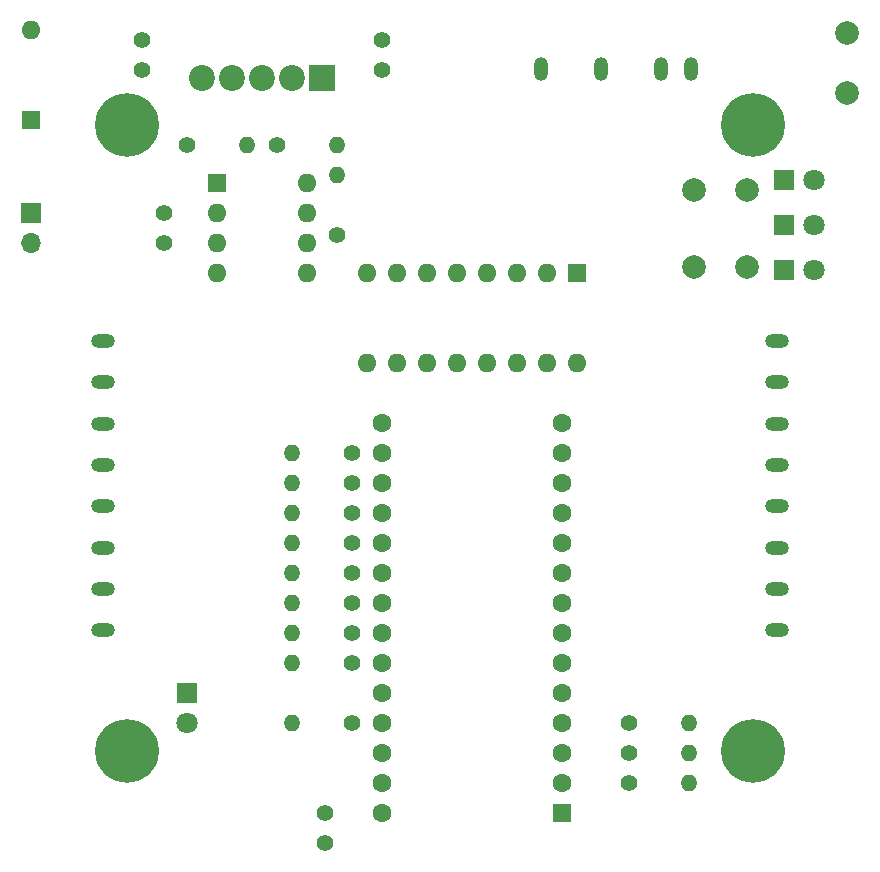
<source format=gbs>
G04 #@! TF.GenerationSoftware,KiCad,Pcbnew,5.1.9-73d0e3b20d~88~ubuntu20.04.1*
G04 #@! TF.CreationDate,2021-04-08T14:20:02+01:00*
G04 #@! TF.ProjectId,tsense-1.0,7473656e-7365-42d3-912e-302e6b696361,1.0*
G04 #@! TF.SameCoordinates,Original*
G04 #@! TF.FileFunction,Soldermask,Bot*
G04 #@! TF.FilePolarity,Negative*
%FSLAX46Y46*%
G04 Gerber Fmt 4.6, Leading zero omitted, Abs format (unit mm)*
G04 Created by KiCad (PCBNEW 5.1.9-73d0e3b20d~88~ubuntu20.04.1) date 2021-04-08 14:20:02*
%MOMM*%
%LPD*%
G01*
G04 APERTURE LIST*
%ADD10O,1.200000X2.000000*%
%ADD11O,1.700000X1.700000*%
%ADD12R,1.700000X1.700000*%
%ADD13O,1.600000X1.600000*%
%ADD14R,1.600000X1.600000*%
%ADD15C,1.400000*%
%ADD16O,1.400000X1.400000*%
%ADD17C,2.000000*%
%ADD18O,2.000000X1.200000*%
%ADD19C,1.800000*%
%ADD20R,1.800000X1.800000*%
%ADD21C,1.600000*%
%ADD22C,2.200000*%
%ADD23R,2.200000X2.200000*%
%ADD24C,5.400000*%
G04 APERTURE END LIST*
D10*
X194742000Y-93218000D03*
X192202000Y-93218000D03*
X187122000Y-93218000D03*
X182042000Y-93218000D03*
D11*
X138862000Y-107950000D03*
D12*
X138862000Y-105410000D03*
D13*
X162230000Y-102870000D03*
X154610000Y-110490000D03*
X162230000Y-105410000D03*
X154610000Y-107950000D03*
X162230000Y-107950000D03*
X154610000Y-105410000D03*
X162230000Y-110490000D03*
D14*
X154610000Y-102870000D03*
D15*
X148260000Y-93305000D03*
X148260000Y-90805000D03*
X168580000Y-93305000D03*
X168580000Y-90805000D03*
X150165000Y-105450000D03*
X150165000Y-107950000D03*
X163754000Y-158750000D03*
X163754000Y-156250000D03*
D16*
X160960000Y-133350000D03*
D15*
X166040000Y-133350000D03*
D16*
X160960000Y-130810000D03*
D15*
X166040000Y-130810000D03*
D16*
X160960000Y-125730000D03*
D15*
X166040000Y-125730000D03*
D16*
X160960000Y-140970000D03*
D15*
X166040000Y-140970000D03*
D16*
X160960000Y-128270000D03*
D15*
X166040000Y-128270000D03*
D16*
X160960000Y-138430000D03*
D15*
X166040000Y-138430000D03*
D16*
X160960000Y-135890000D03*
D15*
X166040000Y-135890000D03*
D16*
X160960000Y-143510000D03*
D15*
X166040000Y-143510000D03*
D17*
X194996000Y-103482000D03*
X199496000Y-103482000D03*
X194996000Y-109982000D03*
X199496000Y-109982000D03*
D13*
X138862000Y-89916000D03*
D14*
X138862000Y-97536000D03*
D18*
X202000000Y-116250000D03*
X202000000Y-119750000D03*
X202000000Y-123250000D03*
X202000000Y-126750000D03*
X202000000Y-130250000D03*
X202000000Y-133750000D03*
X202000000Y-137250000D03*
X202000000Y-140750000D03*
X145000000Y-116250000D03*
X145000000Y-119750000D03*
X145000000Y-123250000D03*
X145000000Y-126750000D03*
X145000000Y-130250000D03*
X145000000Y-133750000D03*
X145000000Y-137250000D03*
X145000000Y-140750000D03*
D16*
X194615000Y-153670000D03*
D15*
X189535000Y-153670000D03*
D19*
X205156000Y-102616000D03*
D20*
X202616000Y-102616000D03*
D19*
X205156000Y-106426000D03*
D20*
X202616000Y-106426000D03*
D19*
X205156000Y-110236000D03*
D20*
X202616000Y-110236000D03*
D16*
X194615000Y-148590000D03*
D15*
X189535000Y-148590000D03*
D14*
X183820000Y-156210000D03*
D21*
X183820000Y-153670000D03*
X183820000Y-151130000D03*
X183820000Y-148590000D03*
X183820000Y-146050000D03*
X183820000Y-143510000D03*
X183820000Y-140970000D03*
X183820000Y-138430000D03*
X183820000Y-135890000D03*
X183820000Y-133350000D03*
X183820000Y-130810000D03*
X183820000Y-128270000D03*
X183820000Y-125730000D03*
X168580000Y-156210000D03*
X168580000Y-153670000D03*
X168580000Y-151130000D03*
X168580000Y-148590000D03*
X168580000Y-146050000D03*
X168580000Y-143510000D03*
X168580000Y-140970000D03*
X168580000Y-138430000D03*
X168580000Y-135890000D03*
X168580000Y-133350000D03*
X168580000Y-130810000D03*
X168580000Y-128270000D03*
X168580000Y-125730000D03*
X183820000Y-123190000D03*
X168580000Y-123190000D03*
D19*
X152070000Y-148590000D03*
D20*
X152070000Y-146050000D03*
D16*
X157150000Y-99695000D03*
D15*
X152070000Y-99695000D03*
D16*
X164770000Y-99695000D03*
D15*
X159690000Y-99695000D03*
D16*
X164770000Y-102235000D03*
D15*
X164770000Y-107315000D03*
D16*
X160960000Y-148590000D03*
D15*
X166040000Y-148590000D03*
D16*
X194615000Y-151130000D03*
D15*
X189535000Y-151130000D03*
D13*
X185090000Y-118110000D03*
X167310000Y-110490000D03*
X182550000Y-118110000D03*
X169850000Y-110490000D03*
X180010000Y-118110000D03*
X172390000Y-110490000D03*
X177470000Y-118110000D03*
X174930000Y-110490000D03*
X174930000Y-118110000D03*
X177470000Y-110490000D03*
X172390000Y-118110000D03*
X180010000Y-110490000D03*
X169850000Y-118110000D03*
X182550000Y-110490000D03*
X167310000Y-118110000D03*
D14*
X185090000Y-110490000D03*
D22*
X153340000Y-93980000D03*
X155880000Y-93980000D03*
X158420000Y-93980000D03*
X160960000Y-93980000D03*
D23*
X163500000Y-93980000D03*
D24*
X200000000Y-151000000D03*
X147000000Y-151000000D03*
X147000000Y-98000000D03*
X200000000Y-98000000D03*
D17*
X207940000Y-95250000D03*
X207950000Y-90170000D03*
M02*

</source>
